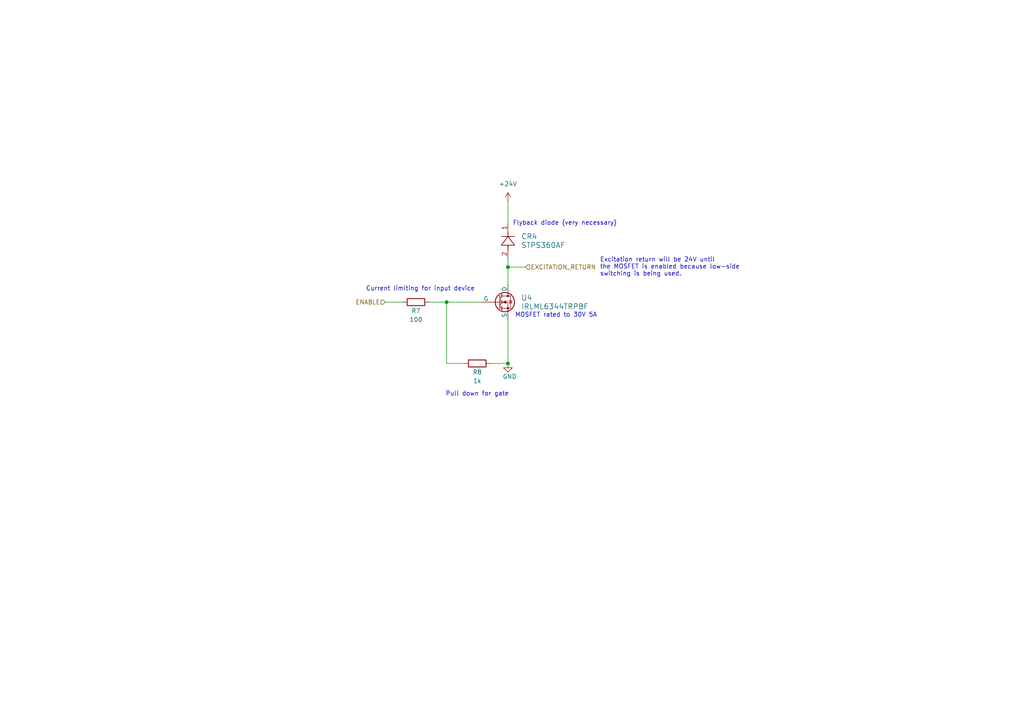
<source format=kicad_sch>
(kicad_sch (version 20250114) (generator "eeschema") (generator_version "9.0")
  (paper "A4")
  (title_block (date "2025-11-05") (rev "1") (company "Purdue Space Program Liquids"))
  (lib_symbols
    (symbol "Device:R" (pin_numbers (hide yes)) (pin_names (offset 0))
      (property "Reference" "R" (at 2.032 0 90))
      (property "Value" "R" (at 0 0 90))
      (symbol "R_0_1"
        (rectangle (start -1.016 -2.54) (end 1.016 2.54) (stroke (width 0.254)))
      )
      (symbol "R_1_1"
        (pin passive line (at 0 3.81 270) (length 1.27) (name "~") (number "1"))
        (pin passive line (at 0 -3.81 90) (length 1.27) (name "~") (number "2"))
      )
    )
    (symbol "MBRS360T3G:MBRS360T3G" (pin_names (offset 0.254))
      (property "Reference" "CR" (at 5.08 4.445 0))
      (property "Value" "MBRS360T3G" (at 5.08 -3.81 0))
      (symbol "MBRS360T3G_1_1"
        (polyline (pts (xy 2.54 0) (xy 3.4798 0)) (stroke (width 0.2032)))
        (polyline (pts (xy 3.175 0) (xy 3.81 0)) (stroke (width 0.2032)))
        (polyline (pts (xy 3.81 1.905) (xy 3.81 -1.905)) (stroke (width 0.2032)))
        (polyline (pts (xy 3.81 -1.905) (xy 6.35 0)) (stroke (width 0.2032)))
        (polyline (pts (xy 6.35 0) (xy 3.81 1.905)) (stroke (width 0.2032)))
        (polyline (pts (xy 6.35 0) (xy 7.62 0)) (stroke (width 0.2032)))
        (polyline (pts (xy 6.35 -1.905) (xy 6.35 1.905)) (stroke (width 0.2032)))
        (pin unspecified line (at 0 0 0) (length 2.54) (name "") (number "2"))
        (pin unspecified line (at 10.16 0 180) (length 2.54) (name "") (number "1"))
      )
      (symbol "MBRS360T3G_1_2"
        (polyline (pts (xy -1.905 3.81) (xy 1.905 3.81)) (stroke (width 0.2032)))
        (polyline (pts (xy 0 6.35) (xy -1.905 3.81)) (stroke (width 0.2032)))
        (polyline (pts (xy 0 6.35) (xy 0 7.62)) (stroke (width 0.2032)))
        (polyline (pts (xy 0 3.175) (xy 0 3.81)) (stroke (width 0.2032)))
        (polyline (pts (xy 0 2.54) (xy 0 3.4798)) (stroke (width 0.2032)))
        (polyline (pts (xy 1.905 6.35) (xy -1.905 6.35)) (stroke (width 0.2032)))
        (polyline (pts (xy 1.905 3.81) (xy 0 6.35)) (stroke (width 0.2032)))
        (pin unspecified line (at 0 10.16 270) (length 2.54) (name "") (number "1"))
        (pin unspecified line (at 0 0 90) (length 2.54) (name "") (number "2"))
      )
    )
    (symbol "Simulation_SPICE:NMOS" (pin_numbers (hide yes)) (pin_names (offset 0))
      (property "Reference" "Q" (at 5.08 1.27 0))
      (property "Value" "NMOS" (at 5.08 -1.27 0))
      (symbol "NMOS_0_1"
        (polyline (pts (xy 0.254 1.905) (xy 0.254 -1.905)) (stroke (width 0.254)))
        (polyline (pts (xy 0.254 0) (xy -2.54 0)))
        (polyline (pts (xy 0.762 2.286) (xy 0.762 1.27)) (stroke (width 0.254)))
        (polyline (pts (xy 0.762 0.508) (xy 0.762 -0.508)) (stroke (width 0.254)))
        (polyline (pts (xy 0.762 -1.27) (xy 0.762 -2.286)) (stroke (width 0.254)))
        (polyline (pts (xy 0.762 -1.778) (xy 3.302 -1.778) (xy 3.302 1.778) (xy 0.762 1.778)))
        (polyline (pts (xy 1.016 0) (xy 2.032 0.381) (xy 2.032 -0.381) (xy 1.016 0)) (fill (type outline)))
        (circle (center 1.651 0) (radius 2.794) (stroke (width 0.254)))
        (polyline (pts (xy 2.54 2.54) (xy 2.54 1.778)))
        (circle (center 2.54 1.778) (radius 0.254) (fill (type outline)))
        (circle (center 2.54 -1.778) (radius 0.254) (fill (type outline)))
        (polyline (pts (xy 2.54 -2.54) (xy 2.54 0) (xy 0.762 0)))
        (polyline (pts (xy 2.794 0.508) (xy 2.921 0.381) (xy 3.683 0.381) (xy 3.81 0.254)))
        (polyline (pts (xy 3.302 0.381) (xy 2.921 -0.254) (xy 3.683 -0.254) (xy 3.302 0.381)))
      )
      (symbol "NMOS_1_1"
        (pin input line (at -5.08 0 0) (length 2.54) (name "G") (number "2"))
        (pin passive line (at 2.54 5.08 270) (length 2.54) (name "D") (number "1"))
        (pin passive line (at 2.54 -5.08 90) (length 2.54) (name "S") (number "3"))
      )
    )
    (symbol "power:+24V" (power) (pin_numbers (hide yes)) (pin_names (offset 0) (hide yes))
      (property "Value" "+24V" (at 0 3.556 0))
      (symbol "+24V_0_1"
        (polyline (pts (xy -0.762 1.27) (xy 0 2.54)))
        (polyline (pts (xy 0 2.54) (xy 0.762 1.27)))
        (polyline (pts (xy 0 0) (xy 0 2.54)))
      )
      (symbol "+24V_1_1"
        (pin power_in line (at 0 0 90) (length 0) (name "~") (number "1"))
      )
    )
    (symbol "power:GND" (power) (pin_numbers (hide yes)) (pin_names (offset 0) (hide yes))
      (property "Value" "GND" (at 0 -3.81 0))
      (symbol "GND_0_1"
        (polyline (pts (xy 0 0) (xy 0 -1.27) (xy 1.27 -1.27) (xy 0 -2.54) (xy -1.27 -1.27) (xy 0 -1.27)))
      )
      (symbol "GND_1_1"
        (pin power_in line (at 0 0 270) (length 0) (name "~") (number "1"))
      )
    )
  )
  (text "Excitation return will be 24V until\nthe MOSFET is enabled because low-side\nswitching is being used." (at 173.99 77.47 0) (effects (font (size 1.27 1.27)) (justify left)))
  (text "Pull down for gate" (at 138.43 114.3 0) (effects (font (size 1.27 1.27))))
  (text "Flyback diode (very necessary)" (at 163.83 64.77 0) (effects (font (size 1.27 1.27))))
  (text "MOSFET rated to 30V 5A" (at 161.29 91.44 0) (effects (font (size 1.27 1.27))))
  (text "Current limiting for input device" (at 121.92 83.82 0) (effects (font (size 1.27 1.27))))
  (junction (at 147.32 105.41))
  (junction (at 129.54 87.63))
  (junction (at 147.32 77.47))
  (wire (pts (xy 147.32 92.71) (xy 147.32 105.41)))
  (wire (pts (xy 142.24 105.41) (xy 147.32 105.41)))
  (wire (pts (xy 129.54 105.41) (xy 129.54 87.63)))
  (wire (pts (xy 111.76 87.63) (xy 116.84 87.63)))
  (wire (pts (xy 147.32 58.42) (xy 147.32 64.77)))
  (wire (pts (xy 134.62 105.41) (xy 129.54 105.41)))
  (wire (pts (xy 152.4 77.47) (xy 147.32 77.47)))
  (wire (pts (xy 147.32 74.93) (xy 147.32 77.47)))
  (wire (pts (xy 147.32 77.47) (xy 147.32 82.55)))
  (wire (pts (xy 129.54 87.63) (xy 139.7 87.63)))
  (wire (pts (xy 124.46 87.63) (xy 129.54 87.63)))
  (hierarchical_label "ENABLE" (shape input) (at 111.76 87.63 180))
  (hierarchical_label "EXCITATION_RETURN" (shape input) (at 152.4 77.47 0))
  (symbol (lib_id "MBRS360T3G:MBRS360T3G") (at 147.32 74.93 90) (unit 1)
    (property "Reference" "CR1" (at 151.13 68.5799 90) (effects (font (size 1.524 1.524)) (justify right)))
    (property "Value" "STPS360AF" (at 151.13 71.1199 90) (effects (font (size 1.524 1.524)) (justify right)))
    (property "Footprint" "Diode_SMD:D_SOD-128" (effects (hide yes)))
    (property "Datasheet" "https://www.st.com/content/ccc/resource/technical/document/datasheet/group3/06/00/c2/7f/e8/20/4a/81/DM00306268/files/DM00306268.pdf/jcr:content/translations/en.DM00306268.pdf" (effects (hide yes)))
    (property "DIGIKEY PART N" "497-16919-1-ND" (effects (hide yes)))
    (instances (project "flight_computer" (path "" (reference "CR4") (unit 1)) (path "" (reference "CR3") (unit 1)) (path "" (reference "CR1") (unit 1)) (path "" (reference "CR2") (unit 1))))
  )
  (symbol (lib_id "Device:R") (at 120.65 87.63 90) (unit 1)
    (property "Reference" "R1" (at 120.65 90.17 90))
    (property "Value" "100" (at 120.65 92.71 90))
    (property "Footprint" "Resistor_SMD:R_0603_1608Metric" (effects (hide yes)))
    (property "Description" "Resistor" (effects (hide yes)))
    (instances (project "flight_computer" (path "" (reference "R7") (unit 1)) (path "" (reference "R5") (unit 1)) (path "" (reference "R1") (unit 1)) (path "" (reference "R3") (unit 1))))
  )
  (symbol (lib_id "Device:R") (at 138.43 105.41 90) (unit 1)
    (property "Reference" "R2" (at 138.43 107.95 90))
    (property "Value" "1k" (at 138.43 110.49 90))
    (property "Footprint" "Resistor_SMD:R_0603_1608Metric" (effects (hide yes)))
    (property "Description" "Resistor" (effects (hide yes)))
    (property "DIGIKEY PART N" "YAG1237CT-ND" (effects (hide yes)))
    (instances (project "flight_computer" (path "" (reference "R8") (unit 1)) (path "" (reference "R6") (unit 1)) (path "" (reference "R2") (unit 1)) (path "" (reference "R4") (unit 1))))
  )
  (symbol (lib_id "Simulation_SPICE:NMOS") (at 144.78 87.63 0) (unit 1)
    (property "Reference" "U1" (at 151.13 86.3599 0) (effects (font (size 1.524 1.524)) (justify left)))
    (property "Value" "IRLML6344TRPBF" (at 151.13 88.8999 0) (effects (font (size 1.524 1.524)) (justify left)))
    (property "Footprint" "Package_TO_SOT_SMD:SOT-23" (effects (hide yes)))
    (property "Datasheet" "https://ngspice.sourceforge.io/docs/ngspice-html-manual/manual.xhtml#cha_MOSFETs" (effects (hide yes)))
    (property "Description" "N-MOSFET transistor, drain/source/gate" (effects (hide yes)))
    (property "Sim.Device" "NMOS" (effects (hide yes)))
    (property "Sim.Type" "VDMOS" (effects (hide yes)))
    (property "Sim.Pins" "1=D 2=G 3=S" (effects (hide yes)))
    (property "DIGIKEY PART N" "IRLML6344TRPBFCT-ND" (effects (hide yes)))
    (instances (project "flight_computer" (path "" (reference "U4") (unit 1)) (path "" (reference "U3") (unit 1)) (path "" (reference "U1") (unit 1)) (path "" (reference "U2") (unit 1))))
  )
  (symbol (lib_id "power:+24V") (at 147.32 58.42 0) (unit 1)
    (property "Reference" "#PWR067" (effects (hide yes)))
    (property "Value" "+24V" (at 147.32 53.34 0))
    (property "Description" "Power symbol creates a global label with name \"+24V\"" (effects (hide yes)))
    (instances (project "" (path "" (reference "#PWR070") (unit 1)) (path "" (reference "#PWR069") (unit 1)) (path "" (reference "#PWR067") (unit 1)) (path "" (reference "#PWR068") (unit 1))))
  )
  (symbol (lib_id "power:GND") (at 147.32 105.41 0) (unit 1)
    (property "Reference" "#PWR026" (effects (hide yes)))
    (property "Value" "GND" (at 149.86 109.22 0) (effects (justify right)))
    (property "Description" "Power symbol creates a global label with name \"GND\" , ground" (effects (hide yes)))
    (instances (project "flight_computer" (path "" (reference "#PWR029") (unit 1)) (path "" (reference "#PWR028") (unit 1)) (path "" (reference "#PWR026") (unit 1)) (path "" (reference "#PWR027") (unit 1))))
  )
)
</source>
